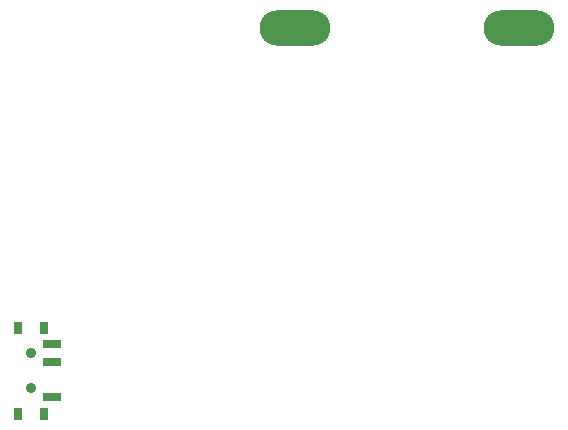
<source format=gbr>
%TF.GenerationSoftware,KiCad,Pcbnew,(5.1.10)-1*%
%TF.CreationDate,2021-10-17T16:41:48+02:00*%
%TF.ProjectId,TVZ_kuglica,54565a5f-6b75-4676-9c69-63612e6b6963,rev?*%
%TF.SameCoordinates,Original*%
%TF.FileFunction,Soldermask,Bot*%
%TF.FilePolarity,Negative*%
%FSLAX46Y46*%
G04 Gerber Fmt 4.6, Leading zero omitted, Abs format (unit mm)*
G04 Created by KiCad (PCBNEW (5.1.10)-1) date 2021-10-17 16:41:48*
%MOMM*%
%LPD*%
G01*
G04 APERTURE LIST*
%ADD10O,6.000000X3.000000*%
%ADD11C,0.900000*%
%ADD12R,1.500000X0.700000*%
%ADD13R,0.800000X1.000000*%
G04 APERTURE END LIST*
D10*
%TO.C,BT1*%
X126500000Y-70750000D03*
X145500000Y-70750000D03*
%TD*%
D11*
%TO.C,SW1*%
X104170000Y-101250000D03*
X104170000Y-98250000D03*
D12*
X105930000Y-102000000D03*
X105930000Y-99000000D03*
X105930000Y-97500000D03*
D13*
X103070000Y-103400000D03*
X103070000Y-96100000D03*
X105280000Y-96100000D03*
X105280000Y-103400000D03*
%TD*%
M02*

</source>
